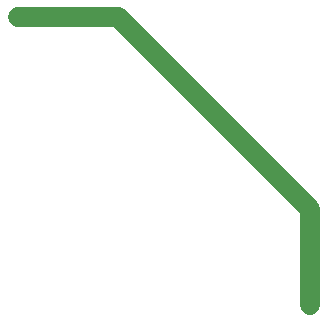
<source format=gbr>
%TF.GenerationSoftware,KiCad,Pcbnew,(7.0.0)*%
%TF.CreationDate,2023-06-06T17:07:22+02:00*%
%TF.ProjectId,traffic_sign_board,74726166-6669-4635-9f73-69676e5f626f,rev?*%
%TF.SameCoordinates,Original*%
%TF.FileFunction,Copper,L2,Bot*%
%TF.FilePolarity,Positive*%
%FSLAX46Y46*%
G04 Gerber Fmt 4.6, Leading zero omitted, Abs format (unit mm)*
G04 Created by KiCad (PCBNEW (7.0.0)) date 2023-06-06 17:07:22*
%MOMM*%
%LPD*%
G01*
G04 APERTURE LIST*
%TA.AperFunction,ViaPad*%
%ADD10C,1.500000*%
%TD*%
%TA.AperFunction,Conductor*%
%ADD11C,1.700000*%
%TD*%
G04 APERTURE END LIST*
D10*
%TO.N,bike+*%
X127508000Y-128397000D03*
X102743000Y-104013000D03*
%TD*%
D11*
%TO.N,bike+*%
X127508000Y-120269000D02*
X127508000Y-128397000D01*
X111252000Y-104013000D02*
X127508000Y-120269000D01*
X102743000Y-104013000D02*
X111252000Y-104013000D01*
%TD*%
M02*

</source>
